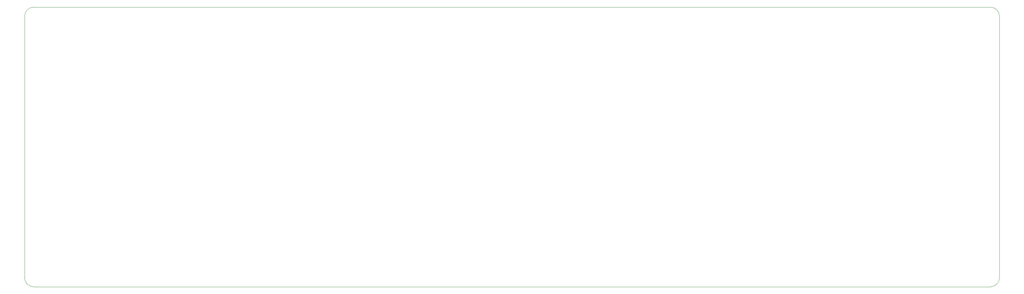
<source format=gbr>
%TF.GenerationSoftware,KiCad,Pcbnew,9.0.6*%
%TF.CreationDate,2025-12-30T17:34:46-07:00*%
%TF.ProjectId,Hotswap PCB,486f7473-7761-4702-9050-43422e6b6963,rev?*%
%TF.SameCoordinates,Original*%
%TF.FileFunction,Profile,NP*%
%FSLAX46Y46*%
G04 Gerber Fmt 4.6, Leading zero omitted, Abs format (unit mm)*
G04 Created by KiCad (PCBNEW 9.0.6) date 2025-12-30 17:34:46*
%MOMM*%
%LPD*%
G01*
G04 APERTURE LIST*
%TA.AperFunction,Profile*%
%ADD10C,0.100000*%
%TD*%
G04 APERTURE END LIST*
D10*
X17500000Y-136200000D02*
X277625000Y-136200000D01*
X277625000Y-60000000D02*
X17500000Y-60000000D01*
X15000000Y-62500000D02*
X15000000Y-133700000D01*
X277625000Y-60000000D02*
G75*
G02*
X280125000Y-62500000I0J-2500000D01*
G01*
X15000000Y-62500000D02*
G75*
G02*
X17500000Y-60000000I2500000J0D01*
G01*
X280125001Y-133700001D02*
G75*
G02*
X277625000Y-136200001I-2500001J1D01*
G01*
X17500000Y-136200000D02*
G75*
G02*
X15000000Y-133700001I0J2500000D01*
G01*
X280125000Y-133700000D02*
X280125000Y-62500000D01*
M02*

</source>
